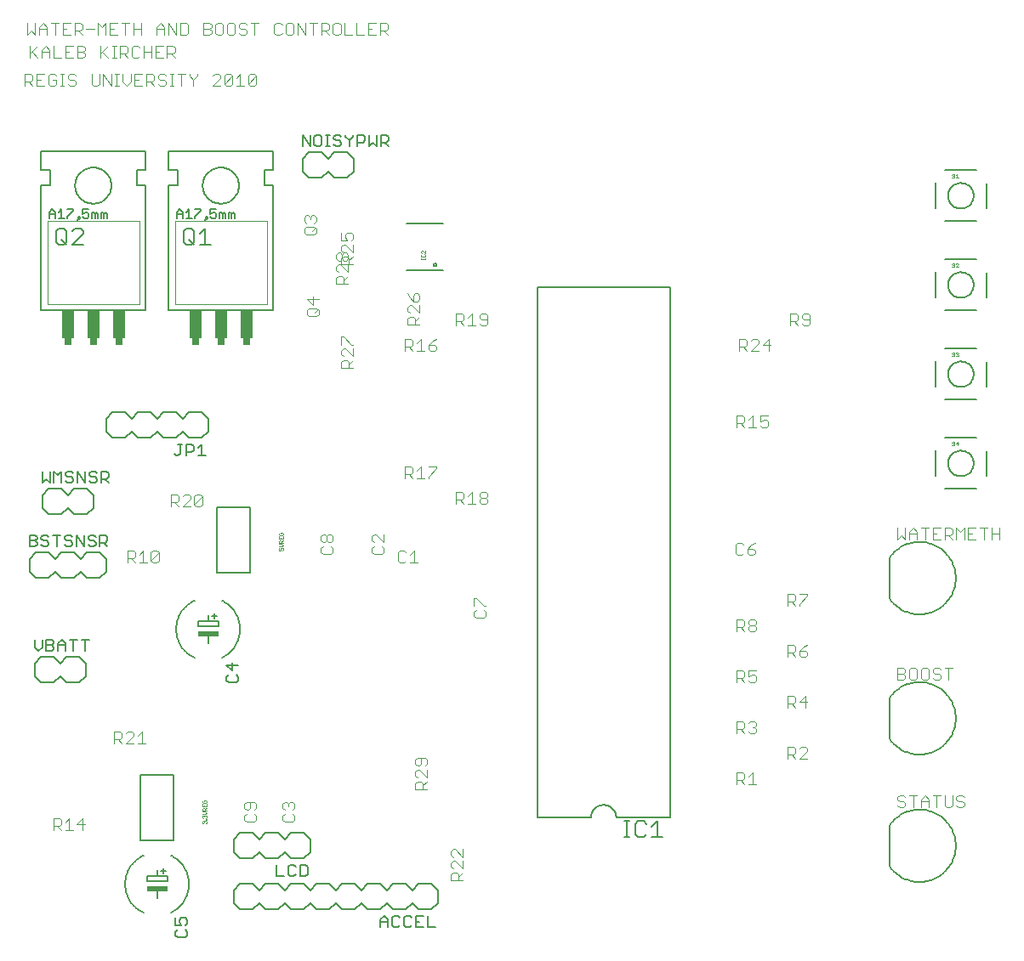
<source format=gto>
G75*
G70*
%OFA0B0*%
%FSLAX24Y24*%
%IPPOS*%
%LPD*%
%AMOC8*
5,1,8,0,0,1.08239X$1,22.5*
%
%ADD10C,0.0040*%
%ADD11C,0.0070*%
%ADD12C,0.0060*%
%ADD13C,0.0080*%
%ADD14C,0.0010*%
%ADD15C,0.0050*%
%ADD16R,0.0800X0.0200*%
%ADD17C,0.0020*%
%ADD18R,0.0300X0.0250*%
%ADD19R,0.0500X0.1100*%
D10*
X001923Y004513D02*
X001923Y004973D01*
X002153Y004973D01*
X002230Y004897D01*
X002230Y004743D01*
X002153Y004666D01*
X001923Y004666D01*
X002076Y004666D02*
X002230Y004513D01*
X002383Y004513D02*
X002690Y004513D01*
X002536Y004513D02*
X002536Y004973D01*
X002383Y004820D01*
X002843Y004743D02*
X003074Y004973D01*
X003074Y004513D01*
X003150Y004743D02*
X002843Y004743D01*
X004304Y007913D02*
X004304Y008373D01*
X004534Y008373D01*
X004611Y008297D01*
X004611Y008143D01*
X004534Y008066D01*
X004304Y008066D01*
X004457Y008066D02*
X004611Y007913D01*
X004764Y007913D02*
X005071Y008220D01*
X005071Y008297D01*
X004994Y008373D01*
X004841Y008373D01*
X004764Y008297D01*
X004764Y007913D02*
X005071Y007913D01*
X005224Y007913D02*
X005531Y007913D01*
X005378Y007913D02*
X005378Y008373D01*
X005224Y008220D01*
X009403Y005533D02*
X009403Y005379D01*
X009480Y005303D01*
X009557Y005303D01*
X009634Y005379D01*
X009634Y005610D01*
X009787Y005610D02*
X009480Y005610D01*
X009403Y005533D01*
X009480Y005149D02*
X009403Y005072D01*
X009403Y004919D01*
X009480Y004842D01*
X009787Y004842D01*
X009864Y004919D01*
X009864Y005072D01*
X009787Y005149D01*
X009787Y005303D02*
X009864Y005379D01*
X009864Y005533D01*
X009787Y005610D01*
X010903Y005533D02*
X010980Y005610D01*
X011057Y005610D01*
X011134Y005533D01*
X011210Y005610D01*
X011287Y005610D01*
X011364Y005533D01*
X011364Y005379D01*
X011287Y005303D01*
X011287Y005149D02*
X011364Y005072D01*
X011364Y004919D01*
X011287Y004842D01*
X010980Y004842D01*
X010903Y004919D01*
X010903Y005072D01*
X010980Y005149D01*
X010980Y005303D02*
X010903Y005379D01*
X010903Y005533D01*
X011134Y005533D02*
X011134Y005456D01*
X016103Y006113D02*
X016103Y006343D01*
X016180Y006420D01*
X016334Y006420D01*
X016410Y006343D01*
X016410Y006113D01*
X016410Y006266D02*
X016564Y006420D01*
X016564Y006573D02*
X016257Y006880D01*
X016180Y006880D01*
X016103Y006804D01*
X016103Y006650D01*
X016180Y006573D01*
X016564Y006573D02*
X016564Y006880D01*
X016487Y007034D02*
X016564Y007110D01*
X016564Y007264D01*
X016487Y007341D01*
X016180Y007341D01*
X016103Y007264D01*
X016103Y007110D01*
X016180Y007034D01*
X016257Y007034D01*
X016334Y007110D01*
X016334Y007341D01*
X016564Y006113D02*
X016103Y006113D01*
X017580Y003760D02*
X017503Y003683D01*
X017503Y003529D01*
X017580Y003453D01*
X017580Y003299D02*
X017503Y003222D01*
X017503Y003069D01*
X017580Y002992D01*
X017580Y002839D02*
X017734Y002839D01*
X017810Y002762D01*
X017810Y002532D01*
X017810Y002685D02*
X017964Y002839D01*
X017964Y002992D02*
X017657Y003299D01*
X017580Y003299D01*
X017964Y003299D02*
X017964Y002992D01*
X017580Y002839D02*
X017503Y002762D01*
X017503Y002532D01*
X017964Y002532D01*
X017964Y003453D02*
X017657Y003760D01*
X017580Y003760D01*
X017964Y003760D02*
X017964Y003453D01*
X018480Y012842D02*
X018403Y012919D01*
X018403Y013072D01*
X018480Y013149D01*
X018403Y013303D02*
X018403Y013610D01*
X018480Y013610D01*
X018787Y013303D01*
X018864Y013303D01*
X018787Y013149D02*
X018864Y013072D01*
X018864Y012919D01*
X018787Y012842D01*
X018480Y012842D01*
X016200Y015013D02*
X015893Y015013D01*
X016047Y015013D02*
X016047Y015473D01*
X015893Y015320D01*
X015740Y015397D02*
X015663Y015473D01*
X015510Y015473D01*
X015433Y015397D01*
X015433Y015090D01*
X015510Y015013D01*
X015663Y015013D01*
X015740Y015090D01*
X014864Y015419D02*
X014787Y015342D01*
X014480Y015342D01*
X014403Y015419D01*
X014403Y015572D01*
X014480Y015649D01*
X014480Y015803D02*
X014403Y015879D01*
X014403Y016033D01*
X014480Y016110D01*
X014557Y016110D01*
X014864Y015803D01*
X014864Y016110D01*
X014787Y015649D02*
X014864Y015572D01*
X014864Y015419D01*
X012864Y015419D02*
X012787Y015342D01*
X012480Y015342D01*
X012403Y015419D01*
X012403Y015572D01*
X012480Y015649D01*
X012480Y015803D02*
X012403Y015879D01*
X012403Y016033D01*
X012480Y016110D01*
X012557Y016110D01*
X012634Y016033D01*
X012634Y015879D01*
X012557Y015803D01*
X012480Y015803D01*
X012634Y015879D02*
X012710Y015803D01*
X012787Y015803D01*
X012864Y015879D01*
X012864Y016033D01*
X012787Y016110D01*
X012710Y016110D01*
X012634Y016033D01*
X012787Y015649D02*
X012864Y015572D01*
X012864Y015419D01*
X015704Y018313D02*
X015704Y018773D01*
X015934Y018773D01*
X016011Y018697D01*
X016011Y018543D01*
X015934Y018466D01*
X015704Y018466D01*
X015857Y018466D02*
X016011Y018313D01*
X016164Y018313D02*
X016471Y018313D01*
X016318Y018313D02*
X016318Y018773D01*
X016164Y018620D01*
X016624Y018773D02*
X016931Y018773D01*
X016931Y018697D01*
X016624Y018390D01*
X016624Y018313D01*
X017704Y017773D02*
X017934Y017773D01*
X018011Y017697D01*
X018011Y017543D01*
X017934Y017466D01*
X017704Y017466D01*
X017704Y017313D02*
X017704Y017773D01*
X017857Y017466D02*
X018011Y017313D01*
X018164Y017313D02*
X018471Y017313D01*
X018318Y017313D02*
X018318Y017773D01*
X018164Y017620D01*
X018624Y017620D02*
X018624Y017697D01*
X018701Y017773D01*
X018855Y017773D01*
X018931Y017697D01*
X018931Y017620D01*
X018855Y017543D01*
X018701Y017543D01*
X018624Y017620D01*
X018701Y017543D02*
X018624Y017466D01*
X018624Y017390D01*
X018701Y017313D01*
X018855Y017313D01*
X018931Y017390D01*
X018931Y017466D01*
X018855Y017543D01*
X013664Y022632D02*
X013203Y022632D01*
X013203Y022862D01*
X013280Y022939D01*
X013434Y022939D01*
X013510Y022862D01*
X013510Y022632D01*
X013510Y022785D02*
X013664Y022939D01*
X013664Y023092D02*
X013357Y023399D01*
X013280Y023399D01*
X013203Y023322D01*
X013203Y023169D01*
X013280Y023092D01*
X013664Y023092D02*
X013664Y023399D01*
X013664Y023553D02*
X013587Y023553D01*
X013280Y023860D01*
X013203Y023860D01*
X013203Y023553D01*
X012237Y024663D02*
X012314Y024740D01*
X012314Y024893D01*
X012237Y024970D01*
X011930Y024970D01*
X011853Y024893D01*
X011853Y024740D01*
X011930Y024663D01*
X012237Y024663D01*
X012160Y024816D02*
X012314Y024970D01*
X012084Y025123D02*
X011853Y025354D01*
X012314Y025354D01*
X012084Y025430D02*
X012084Y025123D01*
X013003Y025932D02*
X013003Y026162D01*
X013080Y026239D01*
X013234Y026239D01*
X013310Y026162D01*
X013310Y025932D01*
X013310Y026085D02*
X013464Y026239D01*
X013464Y026392D02*
X013157Y026699D01*
X013080Y026699D01*
X013003Y026622D01*
X013003Y026469D01*
X013080Y026392D01*
X013203Y026713D02*
X013203Y026943D01*
X013280Y027020D01*
X013434Y027020D01*
X013510Y026943D01*
X013510Y026713D01*
X013464Y026699D02*
X013464Y026392D01*
X013664Y026713D02*
X013203Y026713D01*
X013157Y026853D02*
X013080Y026853D01*
X013003Y026929D01*
X013003Y027083D01*
X013080Y027160D01*
X013157Y027160D01*
X013234Y027083D01*
X013234Y026929D01*
X013157Y026853D01*
X013234Y026929D02*
X013310Y026853D01*
X013387Y026853D01*
X013464Y026929D01*
X013464Y027083D01*
X013387Y027160D01*
X013310Y027160D01*
X013234Y027083D01*
X013280Y027173D02*
X013203Y027250D01*
X013203Y027404D01*
X013280Y027480D01*
X013357Y027480D01*
X013664Y027173D01*
X013664Y027480D01*
X013587Y027634D02*
X013664Y027710D01*
X013664Y027864D01*
X013587Y027941D01*
X013434Y027941D01*
X013357Y027864D01*
X013357Y027787D01*
X013434Y027634D01*
X013203Y027634D01*
X013203Y027941D01*
X012214Y027940D02*
X012137Y027863D01*
X011830Y027863D01*
X011753Y027940D01*
X011753Y028093D01*
X011830Y028170D01*
X012137Y028170D01*
X012214Y028093D01*
X012214Y027940D01*
X012060Y028016D02*
X012214Y028170D01*
X012137Y028323D02*
X012214Y028400D01*
X012214Y028554D01*
X012137Y028630D01*
X012060Y028630D01*
X011984Y028554D01*
X011984Y028477D01*
X011984Y028554D02*
X011907Y028630D01*
X011830Y028630D01*
X011753Y028554D01*
X011753Y028400D01*
X011830Y028323D01*
X013510Y026866D02*
X013664Y027020D01*
X013464Y025932D02*
X013003Y025932D01*
X015803Y025560D02*
X015880Y025406D01*
X016034Y025253D01*
X016034Y025483D01*
X016110Y025560D01*
X016187Y025560D01*
X016264Y025483D01*
X016264Y025329D01*
X016187Y025253D01*
X016034Y025253D01*
X015957Y025099D02*
X015880Y025099D01*
X015803Y025022D01*
X015803Y024869D01*
X015880Y024792D01*
X015880Y024639D02*
X016034Y024639D01*
X016110Y024562D01*
X016110Y024332D01*
X016110Y024485D02*
X016264Y024639D01*
X016264Y024792D02*
X015957Y025099D01*
X016264Y025099D02*
X016264Y024792D01*
X015880Y024639D02*
X015803Y024562D01*
X015803Y024332D01*
X016264Y024332D01*
X016318Y023773D02*
X016318Y023313D01*
X016471Y023313D02*
X016164Y023313D01*
X016011Y023313D02*
X015857Y023466D01*
X015934Y023466D02*
X015704Y023466D01*
X015704Y023313D02*
X015704Y023773D01*
X015934Y023773D01*
X016011Y023697D01*
X016011Y023543D01*
X015934Y023466D01*
X016164Y023620D02*
X016318Y023773D01*
X016624Y023543D02*
X016624Y023390D01*
X016701Y023313D01*
X016855Y023313D01*
X016931Y023390D01*
X016931Y023466D01*
X016855Y023543D01*
X016624Y023543D01*
X016778Y023697D01*
X016931Y023773D01*
X017704Y024313D02*
X017704Y024773D01*
X017934Y024773D01*
X018011Y024697D01*
X018011Y024543D01*
X017934Y024466D01*
X017704Y024466D01*
X017857Y024466D02*
X018011Y024313D01*
X018164Y024313D02*
X018471Y024313D01*
X018318Y024313D02*
X018318Y024773D01*
X018164Y024620D01*
X018624Y024620D02*
X018701Y024543D01*
X018931Y024543D01*
X018931Y024390D02*
X018931Y024697D01*
X018855Y024773D01*
X018701Y024773D01*
X018624Y024697D01*
X018624Y024620D01*
X018624Y024390D02*
X018701Y024313D01*
X018855Y024313D01*
X018931Y024390D01*
X028804Y023773D02*
X028804Y023313D01*
X028804Y023466D02*
X029034Y023466D01*
X029111Y023543D01*
X029111Y023697D01*
X029034Y023773D01*
X028804Y023773D01*
X028957Y023466D02*
X029111Y023313D01*
X029264Y023313D02*
X029571Y023620D01*
X029571Y023697D01*
X029494Y023773D01*
X029341Y023773D01*
X029264Y023697D01*
X029264Y023313D02*
X029571Y023313D01*
X029724Y023543D02*
X030031Y023543D01*
X029955Y023313D02*
X029955Y023773D01*
X029724Y023543D01*
X030804Y024313D02*
X030804Y024773D01*
X031034Y024773D01*
X031111Y024697D01*
X031111Y024543D01*
X031034Y024466D01*
X030804Y024466D01*
X030957Y024466D02*
X031111Y024313D01*
X031264Y024390D02*
X031341Y024313D01*
X031494Y024313D01*
X031571Y024390D01*
X031571Y024697D01*
X031494Y024773D01*
X031341Y024773D01*
X031264Y024697D01*
X031264Y024620D01*
X031341Y024543D01*
X031571Y024543D01*
X029931Y020773D02*
X029624Y020773D01*
X029624Y020543D01*
X029778Y020620D01*
X029855Y020620D01*
X029931Y020543D01*
X029931Y020390D01*
X029855Y020313D01*
X029701Y020313D01*
X029624Y020390D01*
X029471Y020313D02*
X029164Y020313D01*
X029011Y020313D02*
X028857Y020466D01*
X028934Y020466D02*
X028704Y020466D01*
X028704Y020313D02*
X028704Y020773D01*
X028934Y020773D01*
X029011Y020697D01*
X029011Y020543D01*
X028934Y020466D01*
X029164Y020620D02*
X029318Y020773D01*
X029318Y020313D01*
X029421Y015773D02*
X029268Y015697D01*
X029114Y015543D01*
X029344Y015543D01*
X029421Y015466D01*
X029421Y015390D01*
X029344Y015313D01*
X029191Y015313D01*
X029114Y015390D01*
X029114Y015543D01*
X028961Y015390D02*
X028884Y015313D01*
X028730Y015313D01*
X028654Y015390D01*
X028654Y015697D01*
X028730Y015773D01*
X028884Y015773D01*
X028961Y015697D01*
X030704Y013773D02*
X030934Y013773D01*
X031011Y013697D01*
X031011Y013543D01*
X030934Y013466D01*
X030704Y013466D01*
X030704Y013313D02*
X030704Y013773D01*
X030857Y013466D02*
X031011Y013313D01*
X031164Y013313D02*
X031164Y013390D01*
X031471Y013697D01*
X031471Y013773D01*
X031164Y013773D01*
X029471Y012697D02*
X029471Y012620D01*
X029394Y012543D01*
X029241Y012543D01*
X029164Y012620D01*
X029164Y012697D01*
X029241Y012773D01*
X029394Y012773D01*
X029471Y012697D01*
X029394Y012543D02*
X029471Y012466D01*
X029471Y012390D01*
X029394Y012313D01*
X029241Y012313D01*
X029164Y012390D01*
X029164Y012466D01*
X029241Y012543D01*
X029011Y012543D02*
X029011Y012697D01*
X028934Y012773D01*
X028704Y012773D01*
X028704Y012313D01*
X028704Y012466D02*
X028934Y012466D01*
X029011Y012543D01*
X028857Y012466D02*
X029011Y012313D01*
X028934Y010773D02*
X029011Y010697D01*
X029011Y010543D01*
X028934Y010466D01*
X028704Y010466D01*
X028704Y010313D02*
X028704Y010773D01*
X028934Y010773D01*
X029164Y010773D02*
X029164Y010543D01*
X029318Y010620D01*
X029394Y010620D01*
X029471Y010543D01*
X029471Y010390D01*
X029394Y010313D01*
X029241Y010313D01*
X029164Y010390D01*
X029011Y010313D02*
X028857Y010466D01*
X029164Y010773D02*
X029471Y010773D01*
X030704Y011313D02*
X030704Y011773D01*
X030934Y011773D01*
X031011Y011697D01*
X031011Y011543D01*
X030934Y011466D01*
X030704Y011466D01*
X030857Y011466D02*
X031011Y011313D01*
X031164Y011390D02*
X031241Y011313D01*
X031394Y011313D01*
X031471Y011390D01*
X031471Y011466D01*
X031394Y011543D01*
X031164Y011543D01*
X031164Y011390D01*
X031164Y011543D02*
X031318Y011697D01*
X031471Y011773D01*
X031394Y009773D02*
X031164Y009543D01*
X031471Y009543D01*
X031394Y009313D02*
X031394Y009773D01*
X031011Y009697D02*
X031011Y009543D01*
X030934Y009466D01*
X030704Y009466D01*
X030704Y009313D02*
X030704Y009773D01*
X030934Y009773D01*
X031011Y009697D01*
X030857Y009466D02*
X031011Y009313D01*
X030934Y007773D02*
X030704Y007773D01*
X030704Y007313D01*
X030704Y007466D02*
X030934Y007466D01*
X031011Y007543D01*
X031011Y007697D01*
X030934Y007773D01*
X031164Y007697D02*
X031241Y007773D01*
X031394Y007773D01*
X031471Y007697D01*
X031471Y007620D01*
X031164Y007313D01*
X031471Y007313D01*
X031011Y007313D02*
X030857Y007466D01*
X029471Y008390D02*
X029394Y008313D01*
X029241Y008313D01*
X029164Y008390D01*
X029011Y008313D02*
X028857Y008466D01*
X028934Y008466D02*
X028704Y008466D01*
X028704Y008313D02*
X028704Y008773D01*
X028934Y008773D01*
X029011Y008697D01*
X029011Y008543D01*
X028934Y008466D01*
X029164Y008697D02*
X029241Y008773D01*
X029394Y008773D01*
X029471Y008697D01*
X029471Y008620D01*
X029394Y008543D01*
X029471Y008466D01*
X029471Y008390D01*
X029394Y008543D02*
X029318Y008543D01*
X029318Y006773D02*
X029318Y006313D01*
X029471Y006313D02*
X029164Y006313D01*
X029011Y006313D02*
X028857Y006466D01*
X028934Y006466D02*
X028704Y006466D01*
X028704Y006313D02*
X028704Y006773D01*
X028934Y006773D01*
X029011Y006697D01*
X029011Y006543D01*
X028934Y006466D01*
X029164Y006620D02*
X029318Y006773D01*
X035004Y005797D02*
X035004Y005720D01*
X035080Y005643D01*
X035234Y005643D01*
X035311Y005566D01*
X035311Y005490D01*
X035234Y005413D01*
X035080Y005413D01*
X035004Y005490D01*
X035004Y005797D02*
X035080Y005873D01*
X035234Y005873D01*
X035311Y005797D01*
X035464Y005873D02*
X035771Y005873D01*
X035618Y005873D02*
X035618Y005413D01*
X035924Y005413D02*
X035924Y005720D01*
X036078Y005873D01*
X036231Y005720D01*
X036231Y005413D01*
X036231Y005643D02*
X035924Y005643D01*
X036385Y005873D02*
X036692Y005873D01*
X036845Y005873D02*
X036845Y005490D01*
X036922Y005413D01*
X037075Y005413D01*
X037152Y005490D01*
X037152Y005873D01*
X037306Y005797D02*
X037306Y005720D01*
X037382Y005643D01*
X037536Y005643D01*
X037612Y005566D01*
X037612Y005490D01*
X037536Y005413D01*
X037382Y005413D01*
X037306Y005490D01*
X037306Y005797D02*
X037382Y005873D01*
X037536Y005873D01*
X037612Y005797D01*
X036538Y005873D02*
X036538Y005413D01*
X036462Y010413D02*
X036385Y010490D01*
X036462Y010413D02*
X036615Y010413D01*
X036692Y010490D01*
X036692Y010566D01*
X036615Y010643D01*
X036462Y010643D01*
X036385Y010720D01*
X036385Y010797D01*
X036462Y010873D01*
X036615Y010873D01*
X036692Y010797D01*
X036845Y010873D02*
X037152Y010873D01*
X036999Y010873D02*
X036999Y010413D01*
X036231Y010490D02*
X036231Y010797D01*
X036155Y010873D01*
X036001Y010873D01*
X035924Y010797D01*
X035924Y010490D01*
X036001Y010413D01*
X036155Y010413D01*
X036231Y010490D01*
X035771Y010490D02*
X035771Y010797D01*
X035694Y010873D01*
X035541Y010873D01*
X035464Y010797D01*
X035464Y010490D01*
X035541Y010413D01*
X035694Y010413D01*
X035771Y010490D01*
X035311Y010490D02*
X035311Y010566D01*
X035234Y010643D01*
X035004Y010643D01*
X035004Y010413D02*
X035004Y010873D01*
X035234Y010873D01*
X035311Y010797D01*
X035311Y010720D01*
X035234Y010643D01*
X035311Y010490D02*
X035234Y010413D01*
X035004Y010413D01*
X035004Y015913D02*
X035157Y016066D01*
X035311Y015913D01*
X035311Y016373D01*
X035464Y016220D02*
X035618Y016373D01*
X035771Y016220D01*
X035771Y015913D01*
X035771Y016143D02*
X035464Y016143D01*
X035464Y016220D02*
X035464Y015913D01*
X035004Y015913D02*
X035004Y016373D01*
X035924Y016373D02*
X036231Y016373D01*
X036078Y016373D02*
X036078Y015913D01*
X036385Y015913D02*
X036692Y015913D01*
X036845Y015913D02*
X036845Y016373D01*
X037075Y016373D01*
X037152Y016297D01*
X037152Y016143D01*
X037075Y016066D01*
X036845Y016066D01*
X036999Y016066D02*
X037152Y015913D01*
X037306Y015913D02*
X037306Y016373D01*
X037459Y016220D01*
X037612Y016373D01*
X037612Y015913D01*
X037766Y015913D02*
X038073Y015913D01*
X037919Y016143D02*
X037766Y016143D01*
X037766Y016373D02*
X037766Y015913D01*
X037766Y016373D02*
X038073Y016373D01*
X038226Y016373D02*
X038533Y016373D01*
X038380Y016373D02*
X038380Y015913D01*
X038687Y015913D02*
X038687Y016373D01*
X038687Y016143D02*
X038994Y016143D01*
X038994Y016373D02*
X038994Y015913D01*
X036692Y016373D02*
X036385Y016373D01*
X036385Y015913D01*
X036385Y016143D02*
X036538Y016143D01*
X015021Y035713D02*
X014868Y035866D01*
X014945Y035866D02*
X014714Y035866D01*
X014714Y035713D02*
X014714Y036173D01*
X014945Y036173D01*
X015021Y036097D01*
X015021Y035943D01*
X014945Y035866D01*
X014561Y035713D02*
X014254Y035713D01*
X014254Y036173D01*
X014561Y036173D01*
X014407Y035943D02*
X014254Y035943D01*
X014101Y035713D02*
X013794Y035713D01*
X013794Y036173D01*
X013333Y036173D02*
X013333Y035713D01*
X013640Y035713D01*
X013180Y035790D02*
X013180Y036097D01*
X013103Y036173D01*
X012950Y036173D01*
X012873Y036097D01*
X012873Y035790D01*
X012950Y035713D01*
X013103Y035713D01*
X013180Y035790D01*
X012720Y035713D02*
X012566Y035866D01*
X012643Y035866D02*
X012413Y035866D01*
X012413Y035713D02*
X012413Y036173D01*
X012643Y036173D01*
X012720Y036097D01*
X012720Y035943D01*
X012643Y035866D01*
X012259Y036173D02*
X011952Y036173D01*
X011799Y036173D02*
X011799Y035713D01*
X011492Y036173D01*
X011492Y035713D01*
X011338Y035790D02*
X011338Y036097D01*
X011262Y036173D01*
X011108Y036173D01*
X011032Y036097D01*
X011032Y035790D01*
X011108Y035713D01*
X011262Y035713D01*
X011338Y035790D01*
X010878Y035790D02*
X010801Y035713D01*
X010648Y035713D01*
X010571Y035790D01*
X010571Y036097D01*
X010648Y036173D01*
X010801Y036173D01*
X010878Y036097D01*
X009957Y036173D02*
X009651Y036173D01*
X009804Y036173D02*
X009804Y035713D01*
X009497Y035790D02*
X009420Y035713D01*
X009267Y035713D01*
X009190Y035790D01*
X009037Y035790D02*
X009037Y036097D01*
X008960Y036173D01*
X008806Y036173D01*
X008730Y036097D01*
X008730Y035790D01*
X008806Y035713D01*
X008960Y035713D01*
X009037Y035790D01*
X009190Y036020D02*
X009267Y035943D01*
X009420Y035943D01*
X009497Y035866D01*
X009497Y035790D01*
X009497Y036097D02*
X009420Y036173D01*
X009267Y036173D01*
X009190Y036097D01*
X009190Y036020D01*
X008576Y036097D02*
X008500Y036173D01*
X008346Y036173D01*
X008269Y036097D01*
X008269Y035790D01*
X008346Y035713D01*
X008500Y035713D01*
X008576Y035790D01*
X008576Y036097D01*
X008116Y036097D02*
X008116Y036020D01*
X008039Y035943D01*
X007809Y035943D01*
X007809Y035713D02*
X008039Y035713D01*
X008116Y035790D01*
X008116Y035866D01*
X008039Y035943D01*
X008116Y036097D02*
X008039Y036173D01*
X007809Y036173D01*
X007809Y035713D01*
X007195Y035790D02*
X007195Y036097D01*
X007119Y036173D01*
X006888Y036173D01*
X006888Y035713D01*
X007119Y035713D01*
X007195Y035790D01*
X006735Y035713D02*
X006735Y036173D01*
X006428Y036173D02*
X006428Y035713D01*
X006275Y035713D02*
X006275Y036020D01*
X006121Y036173D01*
X005968Y036020D01*
X005968Y035713D01*
X005968Y035943D02*
X006275Y035943D01*
X006428Y036173D02*
X006735Y035713D01*
X006605Y035273D02*
X006375Y035273D01*
X006375Y034813D01*
X006375Y034966D02*
X006605Y034966D01*
X006681Y035043D01*
X006681Y035197D01*
X006605Y035273D01*
X006528Y034966D02*
X006681Y034813D01*
X006221Y034813D02*
X005914Y034813D01*
X005914Y035273D01*
X006221Y035273D01*
X006068Y035043D02*
X005914Y035043D01*
X005761Y035043D02*
X005454Y035043D01*
X005300Y034890D02*
X005224Y034813D01*
X005070Y034813D01*
X004994Y034890D01*
X004994Y035197D01*
X005070Y035273D01*
X005224Y035273D01*
X005300Y035197D01*
X005454Y035273D02*
X005454Y034813D01*
X005761Y034813D02*
X005761Y035273D01*
X005354Y035713D02*
X005354Y036173D01*
X005354Y035943D02*
X005047Y035943D01*
X005047Y035713D02*
X005047Y036173D01*
X004894Y036173D02*
X004587Y036173D01*
X004740Y036173D02*
X004740Y035713D01*
X004433Y035713D02*
X004126Y035713D01*
X004126Y036173D01*
X004433Y036173D01*
X004280Y035943D02*
X004126Y035943D01*
X003973Y036173D02*
X003973Y035713D01*
X003666Y035713D02*
X003666Y036173D01*
X003819Y036020D01*
X003973Y036173D01*
X003512Y035943D02*
X003206Y035943D01*
X003052Y035943D02*
X002975Y035866D01*
X002745Y035866D01*
X002745Y035713D02*
X002745Y036173D01*
X002975Y036173D01*
X003052Y036097D01*
X003052Y035943D01*
X002899Y035866D02*
X003052Y035713D01*
X003075Y035273D02*
X003152Y035197D01*
X003152Y035120D01*
X003075Y035043D01*
X002845Y035043D01*
X002845Y034813D02*
X003075Y034813D01*
X003152Y034890D01*
X003152Y034966D01*
X003075Y035043D01*
X003075Y035273D02*
X002845Y035273D01*
X002845Y034813D01*
X002692Y034813D02*
X002385Y034813D01*
X002385Y035273D01*
X002692Y035273D01*
X002538Y035043D02*
X002385Y035043D01*
X002231Y034813D02*
X001924Y034813D01*
X001924Y035273D01*
X001771Y035120D02*
X001771Y034813D01*
X001771Y035043D02*
X001464Y035043D01*
X001464Y035120D02*
X001618Y035273D01*
X001771Y035120D01*
X001464Y035120D02*
X001464Y034813D01*
X001311Y034813D02*
X001080Y035043D01*
X001004Y034966D02*
X001311Y035273D01*
X001004Y035273D02*
X001004Y034813D01*
X001034Y034173D02*
X000804Y034173D01*
X000804Y033713D01*
X000804Y033866D02*
X001034Y033866D01*
X001111Y033943D01*
X001111Y034097D01*
X001034Y034173D01*
X001264Y034173D02*
X001264Y033713D01*
X001571Y033713D01*
X001724Y033790D02*
X001801Y033713D01*
X001955Y033713D01*
X002031Y033790D01*
X002031Y033943D01*
X001878Y033943D01*
X001724Y034097D02*
X001724Y033790D01*
X001724Y034097D02*
X001801Y034173D01*
X001955Y034173D01*
X002031Y034097D01*
X002185Y034173D02*
X002338Y034173D01*
X002262Y034173D02*
X002262Y033713D01*
X002338Y033713D02*
X002185Y033713D01*
X002492Y033790D02*
X002568Y033713D01*
X002722Y033713D01*
X002799Y033790D01*
X002799Y033866D01*
X002722Y033943D01*
X002568Y033943D01*
X002492Y034020D01*
X002492Y034097D01*
X002568Y034173D01*
X002722Y034173D01*
X002799Y034097D01*
X003412Y034173D02*
X003412Y033790D01*
X003489Y033713D01*
X003643Y033713D01*
X003719Y033790D01*
X003719Y034173D01*
X003873Y034173D02*
X004180Y033713D01*
X004180Y034173D01*
X004333Y034173D02*
X004487Y034173D01*
X004410Y034173D02*
X004410Y033713D01*
X004333Y033713D02*
X004487Y033713D01*
X004640Y033866D02*
X004640Y034173D01*
X004640Y033866D02*
X004793Y033713D01*
X004947Y033866D01*
X004947Y034173D01*
X005100Y034173D02*
X005100Y033713D01*
X005407Y033713D01*
X005561Y033713D02*
X005561Y034173D01*
X005791Y034173D01*
X005868Y034097D01*
X005868Y033943D01*
X005791Y033866D01*
X005561Y033866D01*
X005714Y033866D02*
X005868Y033713D01*
X006021Y033790D02*
X006098Y033713D01*
X006251Y033713D01*
X006328Y033790D01*
X006328Y033866D01*
X006251Y033943D01*
X006098Y033943D01*
X006021Y034020D01*
X006021Y034097D01*
X006098Y034173D01*
X006251Y034173D01*
X006328Y034097D01*
X006481Y034173D02*
X006635Y034173D01*
X006558Y034173D02*
X006558Y033713D01*
X006481Y033713D02*
X006635Y033713D01*
X006942Y033713D02*
X006942Y034173D01*
X007095Y034173D02*
X006788Y034173D01*
X007249Y034173D02*
X007249Y034097D01*
X007402Y033943D01*
X007402Y033713D01*
X007402Y033943D02*
X007556Y034097D01*
X007556Y034173D01*
X008169Y034097D02*
X008246Y034173D01*
X008400Y034173D01*
X008476Y034097D01*
X008476Y034020D01*
X008169Y033713D01*
X008476Y033713D01*
X008630Y033790D02*
X008937Y034097D01*
X008937Y033790D01*
X008860Y033713D01*
X008706Y033713D01*
X008630Y033790D01*
X008630Y034097D01*
X008706Y034173D01*
X008860Y034173D01*
X008937Y034097D01*
X009090Y034020D02*
X009244Y034173D01*
X009244Y033713D01*
X009397Y033713D02*
X009090Y033713D01*
X009550Y033790D02*
X009550Y034097D01*
X009627Y034173D01*
X009781Y034173D01*
X009857Y034097D01*
X009550Y033790D01*
X009627Y033713D01*
X009781Y033713D01*
X009857Y033790D01*
X009857Y034097D01*
X012106Y035713D02*
X012106Y036173D01*
X005407Y034173D02*
X005100Y034173D01*
X005100Y033943D02*
X005254Y033943D01*
X004840Y034813D02*
X004687Y034966D01*
X004763Y034966D02*
X004533Y034966D01*
X004533Y034813D02*
X004533Y035273D01*
X004763Y035273D01*
X004840Y035197D01*
X004840Y035043D01*
X004763Y034966D01*
X004380Y034813D02*
X004226Y034813D01*
X004303Y034813D02*
X004303Y035273D01*
X004226Y035273D02*
X004380Y035273D01*
X004073Y035273D02*
X003766Y034966D01*
X003843Y035043D02*
X004073Y034813D01*
X003766Y034813D02*
X003766Y035273D01*
X003873Y034173D02*
X003873Y033713D01*
X001571Y034173D02*
X001264Y034173D01*
X001264Y033943D02*
X001418Y033943D01*
X001111Y033713D02*
X000957Y033866D01*
X000904Y035713D02*
X001057Y035866D01*
X001211Y035713D01*
X001211Y036173D01*
X001364Y036020D02*
X001518Y036173D01*
X001671Y036020D01*
X001671Y035713D01*
X001671Y035943D02*
X001364Y035943D01*
X001364Y036020D02*
X001364Y035713D01*
X000904Y035713D02*
X000904Y036173D01*
X001824Y036173D02*
X002131Y036173D01*
X001978Y036173D02*
X001978Y035713D01*
X002285Y035713D02*
X002592Y035713D01*
X002438Y035943D02*
X002285Y035943D01*
X002285Y036173D02*
X002285Y035713D01*
X002285Y036173D02*
X002592Y036173D01*
X006523Y017673D02*
X006753Y017673D01*
X006830Y017597D01*
X006830Y017443D01*
X006753Y017366D01*
X006523Y017366D01*
X006523Y017213D02*
X006523Y017673D01*
X006676Y017366D02*
X006830Y017213D01*
X006983Y017213D02*
X007290Y017520D01*
X007290Y017597D01*
X007213Y017673D01*
X007060Y017673D01*
X006983Y017597D01*
X006983Y017213D02*
X007290Y017213D01*
X007443Y017290D02*
X007750Y017597D01*
X007750Y017290D01*
X007674Y017213D01*
X007520Y017213D01*
X007443Y017290D01*
X007443Y017597D01*
X007520Y017673D01*
X007674Y017673D01*
X007750Y017597D01*
X005974Y015473D02*
X006050Y015397D01*
X005743Y015090D01*
X005820Y015013D01*
X005974Y015013D01*
X006050Y015090D01*
X006050Y015397D01*
X005974Y015473D02*
X005820Y015473D01*
X005743Y015397D01*
X005743Y015090D01*
X005590Y015013D02*
X005283Y015013D01*
X005436Y015013D02*
X005436Y015473D01*
X005283Y015320D01*
X005130Y015397D02*
X005130Y015243D01*
X005053Y015166D01*
X004823Y015166D01*
X004823Y015013D02*
X004823Y015473D01*
X005053Y015473D01*
X005130Y015397D01*
X004976Y015166D02*
X005130Y015013D01*
D11*
X007124Y027478D02*
X007019Y027583D01*
X007019Y028004D01*
X007124Y028109D01*
X007334Y028109D01*
X007439Y028004D01*
X007439Y027583D01*
X007334Y027478D01*
X007124Y027478D01*
X007229Y027688D02*
X007439Y027478D01*
X007663Y027478D02*
X008084Y027478D01*
X007873Y027478D02*
X007873Y028109D01*
X007663Y027898D01*
X003084Y027898D02*
X003084Y028004D01*
X002979Y028109D01*
X002768Y028109D01*
X002663Y028004D01*
X002439Y028004D02*
X002439Y027583D01*
X002334Y027478D01*
X002124Y027478D01*
X002019Y027583D01*
X002019Y028004D01*
X002124Y028109D01*
X002334Y028109D01*
X002439Y028004D01*
X002229Y027688D02*
X002439Y027478D01*
X002663Y027478D02*
X003084Y027898D01*
X003084Y027478D02*
X002663Y027478D01*
X024300Y004859D02*
X024510Y004859D01*
X024405Y004859D02*
X024405Y004228D01*
X024300Y004228D02*
X024510Y004228D01*
X024730Y004333D02*
X024835Y004228D01*
X025045Y004228D01*
X025150Y004333D01*
X025374Y004228D02*
X025795Y004228D01*
X025584Y004228D02*
X025584Y004859D01*
X025374Y004648D01*
X025150Y004754D02*
X025045Y004859D01*
X024835Y004859D01*
X024730Y004754D01*
X024730Y004333D01*
D12*
X023984Y004993D02*
X026084Y004993D01*
X026084Y025793D01*
X020884Y025793D01*
X020884Y004993D01*
X022984Y004993D01*
X022986Y005037D01*
X022992Y005080D01*
X023001Y005122D01*
X023014Y005164D01*
X023031Y005204D01*
X023051Y005243D01*
X023074Y005280D01*
X023101Y005314D01*
X023130Y005347D01*
X023163Y005376D01*
X023197Y005403D01*
X023234Y005426D01*
X023273Y005446D01*
X023313Y005463D01*
X023355Y005476D01*
X023397Y005485D01*
X023440Y005491D01*
X023484Y005493D01*
X023528Y005491D01*
X023571Y005485D01*
X023613Y005476D01*
X023655Y005463D01*
X023695Y005446D01*
X023734Y005426D01*
X023771Y005403D01*
X023805Y005376D01*
X023838Y005347D01*
X023867Y005314D01*
X023894Y005280D01*
X023917Y005243D01*
X023937Y005204D01*
X023954Y005164D01*
X023967Y005122D01*
X023976Y005080D01*
X023982Y005037D01*
X023984Y004993D01*
X008384Y012493D02*
X008384Y012693D01*
X007984Y012693D01*
X007584Y012693D01*
X007584Y012493D01*
X008384Y012493D01*
X008234Y012793D02*
X008234Y012993D01*
X008134Y012893D02*
X008334Y012893D01*
X007984Y012943D02*
X007984Y012693D01*
X007450Y013523D02*
X007388Y013492D01*
X007329Y013457D01*
X007271Y013420D01*
X007216Y013379D01*
X007162Y013335D01*
X007112Y013288D01*
X007064Y013239D01*
X007019Y013187D01*
X006976Y013133D01*
X006937Y013076D01*
X006901Y013018D01*
X006868Y012957D01*
X006839Y012895D01*
X006813Y012831D01*
X006791Y012766D01*
X006772Y012700D01*
X006757Y012632D01*
X006746Y012565D01*
X006738Y012496D01*
X006734Y012427D01*
X006734Y012359D01*
X006738Y012290D01*
X006746Y012221D01*
X006757Y012154D01*
X006772Y012086D01*
X006791Y012020D01*
X006813Y011955D01*
X006839Y011891D01*
X006868Y011829D01*
X006901Y011768D01*
X006937Y011710D01*
X006976Y011653D01*
X007019Y011599D01*
X007064Y011547D01*
X007112Y011498D01*
X007162Y011451D01*
X007216Y011407D01*
X007271Y011366D01*
X007329Y011329D01*
X007388Y011294D01*
X007450Y011263D01*
X007984Y011843D02*
X007984Y012143D01*
X008518Y011263D02*
X008580Y011294D01*
X008639Y011329D01*
X008697Y011366D01*
X008752Y011407D01*
X008806Y011451D01*
X008856Y011498D01*
X008904Y011547D01*
X008949Y011599D01*
X008992Y011653D01*
X009031Y011710D01*
X009067Y011768D01*
X009100Y011829D01*
X009129Y011891D01*
X009155Y011955D01*
X009177Y012020D01*
X009196Y012086D01*
X009211Y012154D01*
X009222Y012221D01*
X009230Y012290D01*
X009234Y012359D01*
X009234Y012427D01*
X009230Y012496D01*
X009222Y012565D01*
X009211Y012632D01*
X009196Y012700D01*
X009177Y012766D01*
X009155Y012831D01*
X009129Y012895D01*
X009100Y012957D01*
X009067Y013018D01*
X009031Y013076D01*
X008992Y013133D01*
X008949Y013187D01*
X008904Y013239D01*
X008856Y013288D01*
X008806Y013335D01*
X008752Y013379D01*
X008697Y013420D01*
X008639Y013457D01*
X008580Y013492D01*
X008518Y013523D01*
X006234Y002993D02*
X006234Y002793D01*
X006134Y002893D02*
X006334Y002893D01*
X006384Y002693D02*
X005984Y002693D01*
X005584Y002693D01*
X005584Y002493D01*
X006384Y002493D01*
X006384Y002693D01*
X005984Y002693D02*
X005984Y002943D01*
X005450Y003523D02*
X005388Y003492D01*
X005329Y003457D01*
X005271Y003420D01*
X005216Y003379D01*
X005162Y003335D01*
X005112Y003288D01*
X005064Y003239D01*
X005019Y003187D01*
X004976Y003133D01*
X004937Y003076D01*
X004901Y003018D01*
X004868Y002957D01*
X004839Y002895D01*
X004813Y002831D01*
X004791Y002766D01*
X004772Y002700D01*
X004757Y002632D01*
X004746Y002565D01*
X004738Y002496D01*
X004734Y002427D01*
X004734Y002359D01*
X004738Y002290D01*
X004746Y002221D01*
X004757Y002154D01*
X004772Y002086D01*
X004791Y002020D01*
X004813Y001955D01*
X004839Y001891D01*
X004868Y001829D01*
X004901Y001768D01*
X004937Y001710D01*
X004976Y001653D01*
X005019Y001599D01*
X005064Y001547D01*
X005112Y001498D01*
X005162Y001451D01*
X005216Y001407D01*
X005271Y001366D01*
X005329Y001329D01*
X005388Y001294D01*
X005450Y001263D01*
X005984Y001843D02*
X005984Y002143D01*
X006518Y001263D02*
X006580Y001294D01*
X006639Y001329D01*
X006697Y001366D01*
X006752Y001407D01*
X006806Y001451D01*
X006856Y001498D01*
X006904Y001547D01*
X006949Y001599D01*
X006992Y001653D01*
X007031Y001710D01*
X007067Y001768D01*
X007100Y001829D01*
X007129Y001891D01*
X007155Y001955D01*
X007177Y002020D01*
X007196Y002086D01*
X007211Y002154D01*
X007222Y002221D01*
X007230Y002290D01*
X007234Y002359D01*
X007234Y002427D01*
X007230Y002496D01*
X007222Y002565D01*
X007211Y002632D01*
X007196Y002700D01*
X007177Y002766D01*
X007155Y002831D01*
X007129Y002895D01*
X007100Y002957D01*
X007067Y003018D01*
X007031Y003076D01*
X006992Y003133D01*
X006949Y003187D01*
X006904Y003239D01*
X006856Y003288D01*
X006806Y003335D01*
X006752Y003379D01*
X006697Y003420D01*
X006639Y003457D01*
X006580Y003492D01*
X006518Y003523D01*
X015774Y026463D02*
X017194Y026463D01*
X017194Y028323D02*
X015774Y028323D01*
D13*
X016817Y026683D02*
X016819Y026698D01*
X016825Y026711D01*
X016834Y026723D01*
X016845Y026732D01*
X016859Y026738D01*
X016874Y026740D01*
X016889Y026738D01*
X016902Y026732D01*
X016914Y026723D01*
X016923Y026712D01*
X016929Y026698D01*
X016931Y026683D01*
X016929Y026668D01*
X016923Y026655D01*
X016914Y026643D01*
X016903Y026634D01*
X016889Y026628D01*
X016874Y026626D01*
X016859Y026628D01*
X016846Y026634D01*
X016834Y026643D01*
X016825Y026654D01*
X016819Y026668D01*
X016817Y026683D01*
X013434Y030093D02*
X012934Y030093D01*
X012684Y030343D01*
X012434Y030093D01*
X011934Y030093D01*
X011684Y030343D01*
X011684Y030843D01*
X011934Y031093D01*
X012434Y031093D01*
X012684Y030843D01*
X012934Y031093D01*
X013434Y031093D01*
X013684Y030843D01*
X013684Y030343D01*
X013434Y030093D01*
X007734Y020893D02*
X007234Y020893D01*
X006984Y020643D01*
X006734Y020893D01*
X006234Y020893D01*
X005984Y020643D01*
X005734Y020893D01*
X005234Y020893D01*
X004984Y020643D01*
X004734Y020893D01*
X004234Y020893D01*
X003984Y020643D01*
X003984Y020143D01*
X004234Y019893D01*
X004734Y019893D01*
X004984Y020143D01*
X005234Y019893D01*
X005734Y019893D01*
X005984Y020143D01*
X006234Y019893D01*
X006734Y019893D01*
X006984Y020143D01*
X007234Y019893D01*
X007734Y019893D01*
X007984Y020143D01*
X007984Y020643D01*
X007734Y020893D01*
X008334Y017183D02*
X009634Y017183D01*
X009634Y014603D01*
X008334Y014603D01*
X008334Y017183D01*
X003984Y015143D02*
X003984Y014643D01*
X003734Y014393D01*
X003234Y014393D01*
X002984Y014643D01*
X002734Y014393D01*
X002234Y014393D01*
X001984Y014643D01*
X001734Y014393D01*
X001234Y014393D01*
X000984Y014643D01*
X000984Y015143D01*
X001234Y015393D01*
X001734Y015393D01*
X001984Y015143D01*
X002234Y015393D01*
X002734Y015393D01*
X002984Y015143D01*
X003234Y015393D01*
X003734Y015393D01*
X003984Y015143D01*
X003234Y016893D02*
X002734Y016893D01*
X002484Y017143D01*
X002234Y016893D01*
X001734Y016893D01*
X001484Y017143D01*
X001484Y017643D01*
X001734Y017893D01*
X002234Y017893D01*
X002484Y017643D01*
X002734Y017893D01*
X003234Y017893D01*
X003484Y017643D01*
X003484Y017143D01*
X003234Y016893D01*
X002934Y011293D02*
X002434Y011293D01*
X002184Y011043D01*
X001934Y011293D01*
X001434Y011293D01*
X001184Y011043D01*
X001184Y010543D01*
X001434Y010293D01*
X001934Y010293D01*
X002184Y010543D01*
X002434Y010293D01*
X002934Y010293D01*
X003184Y010543D01*
X003184Y011043D01*
X002934Y011293D01*
X005334Y006683D02*
X006634Y006683D01*
X006634Y004103D01*
X005334Y004103D01*
X005334Y006683D01*
X008984Y004143D02*
X008984Y003643D01*
X009234Y003393D01*
X009734Y003393D01*
X009984Y003643D01*
X010234Y003393D01*
X010734Y003393D01*
X010984Y003643D01*
X011234Y003393D01*
X011734Y003393D01*
X011984Y003643D01*
X011984Y004143D01*
X011734Y004393D01*
X011234Y004393D01*
X010984Y004143D01*
X010734Y004393D01*
X010234Y004393D01*
X009984Y004143D01*
X009734Y004393D01*
X009234Y004393D01*
X008984Y004143D01*
X009234Y002393D02*
X008984Y002143D01*
X008984Y001643D01*
X009234Y001393D01*
X009734Y001393D01*
X009984Y001643D01*
X010234Y001393D01*
X010734Y001393D01*
X010984Y001643D01*
X011234Y001393D01*
X011734Y001393D01*
X011984Y001643D01*
X012234Y001393D01*
X012734Y001393D01*
X012984Y001643D01*
X013234Y001393D01*
X013734Y001393D01*
X013984Y001643D01*
X014234Y001393D01*
X014734Y001393D01*
X014984Y001643D01*
X015234Y001393D01*
X015734Y001393D01*
X015984Y001643D01*
X016234Y001393D01*
X016734Y001393D01*
X016984Y001643D01*
X016984Y002143D01*
X016734Y002393D01*
X016234Y002393D01*
X015984Y002143D01*
X015734Y002393D01*
X015234Y002393D01*
X014984Y002143D01*
X014734Y002393D01*
X014234Y002393D01*
X013984Y002143D01*
X013734Y002393D01*
X013234Y002393D01*
X012984Y002143D01*
X012734Y002393D01*
X012234Y002393D01*
X011984Y002143D01*
X011734Y002393D01*
X011234Y002393D01*
X010984Y002143D01*
X010734Y002393D01*
X010234Y002393D01*
X009984Y002143D01*
X009734Y002393D01*
X009234Y002393D01*
X036484Y018405D02*
X036484Y019393D01*
X036877Y019893D02*
X038090Y019893D01*
X038484Y019381D02*
X038484Y018405D01*
X038090Y017893D02*
X036877Y017893D01*
X036984Y018893D02*
X036986Y018937D01*
X036992Y018981D01*
X037002Y019024D01*
X037015Y019066D01*
X037032Y019107D01*
X037053Y019146D01*
X037077Y019183D01*
X037104Y019218D01*
X037134Y019250D01*
X037167Y019280D01*
X037203Y019306D01*
X037240Y019330D01*
X037280Y019349D01*
X037321Y019366D01*
X037364Y019378D01*
X037407Y019387D01*
X037451Y019392D01*
X037495Y019393D01*
X037539Y019390D01*
X037583Y019383D01*
X037626Y019372D01*
X037668Y019358D01*
X037708Y019340D01*
X037747Y019318D01*
X037783Y019294D01*
X037817Y019266D01*
X037849Y019235D01*
X037878Y019201D01*
X037904Y019165D01*
X037926Y019127D01*
X037945Y019087D01*
X037960Y019045D01*
X037972Y019003D01*
X037980Y018959D01*
X037984Y018915D01*
X037984Y018871D01*
X037980Y018827D01*
X037972Y018783D01*
X037960Y018741D01*
X037945Y018699D01*
X037926Y018659D01*
X037904Y018621D01*
X037878Y018585D01*
X037849Y018551D01*
X037817Y018520D01*
X037783Y018492D01*
X037747Y018468D01*
X037708Y018446D01*
X037668Y018428D01*
X037626Y018414D01*
X037583Y018403D01*
X037539Y018396D01*
X037495Y018393D01*
X037451Y018394D01*
X037407Y018399D01*
X037364Y018408D01*
X037321Y018420D01*
X037280Y018437D01*
X037240Y018456D01*
X037203Y018480D01*
X037167Y018506D01*
X037134Y018536D01*
X037104Y018568D01*
X037077Y018603D01*
X037053Y018640D01*
X037032Y018679D01*
X037015Y018720D01*
X037002Y018762D01*
X036992Y018805D01*
X036986Y018849D01*
X036984Y018893D01*
X036877Y021393D02*
X038090Y021393D01*
X038484Y021905D02*
X038484Y022881D01*
X038090Y023393D02*
X036877Y023393D01*
X036484Y022893D02*
X036484Y021905D01*
X036984Y022393D02*
X036986Y022437D01*
X036992Y022481D01*
X037002Y022524D01*
X037015Y022566D01*
X037032Y022607D01*
X037053Y022646D01*
X037077Y022683D01*
X037104Y022718D01*
X037134Y022750D01*
X037167Y022780D01*
X037203Y022806D01*
X037240Y022830D01*
X037280Y022849D01*
X037321Y022866D01*
X037364Y022878D01*
X037407Y022887D01*
X037451Y022892D01*
X037495Y022893D01*
X037539Y022890D01*
X037583Y022883D01*
X037626Y022872D01*
X037668Y022858D01*
X037708Y022840D01*
X037747Y022818D01*
X037783Y022794D01*
X037817Y022766D01*
X037849Y022735D01*
X037878Y022701D01*
X037904Y022665D01*
X037926Y022627D01*
X037945Y022587D01*
X037960Y022545D01*
X037972Y022503D01*
X037980Y022459D01*
X037984Y022415D01*
X037984Y022371D01*
X037980Y022327D01*
X037972Y022283D01*
X037960Y022241D01*
X037945Y022199D01*
X037926Y022159D01*
X037904Y022121D01*
X037878Y022085D01*
X037849Y022051D01*
X037817Y022020D01*
X037783Y021992D01*
X037747Y021968D01*
X037708Y021946D01*
X037668Y021928D01*
X037626Y021914D01*
X037583Y021903D01*
X037539Y021896D01*
X037495Y021893D01*
X037451Y021894D01*
X037407Y021899D01*
X037364Y021908D01*
X037321Y021920D01*
X037280Y021937D01*
X037240Y021956D01*
X037203Y021980D01*
X037167Y022006D01*
X037134Y022036D01*
X037104Y022068D01*
X037077Y022103D01*
X037053Y022140D01*
X037032Y022179D01*
X037015Y022220D01*
X037002Y022262D01*
X036992Y022305D01*
X036986Y022349D01*
X036984Y022393D01*
X036877Y024893D02*
X038090Y024893D01*
X038484Y025405D02*
X038484Y026381D01*
X038090Y026893D02*
X036877Y026893D01*
X036484Y026393D02*
X036484Y025405D01*
X036984Y025893D02*
X036986Y025937D01*
X036992Y025981D01*
X037002Y026024D01*
X037015Y026066D01*
X037032Y026107D01*
X037053Y026146D01*
X037077Y026183D01*
X037104Y026218D01*
X037134Y026250D01*
X037167Y026280D01*
X037203Y026306D01*
X037240Y026330D01*
X037280Y026349D01*
X037321Y026366D01*
X037364Y026378D01*
X037407Y026387D01*
X037451Y026392D01*
X037495Y026393D01*
X037539Y026390D01*
X037583Y026383D01*
X037626Y026372D01*
X037668Y026358D01*
X037708Y026340D01*
X037747Y026318D01*
X037783Y026294D01*
X037817Y026266D01*
X037849Y026235D01*
X037878Y026201D01*
X037904Y026165D01*
X037926Y026127D01*
X037945Y026087D01*
X037960Y026045D01*
X037972Y026003D01*
X037980Y025959D01*
X037984Y025915D01*
X037984Y025871D01*
X037980Y025827D01*
X037972Y025783D01*
X037960Y025741D01*
X037945Y025699D01*
X037926Y025659D01*
X037904Y025621D01*
X037878Y025585D01*
X037849Y025551D01*
X037817Y025520D01*
X037783Y025492D01*
X037747Y025468D01*
X037708Y025446D01*
X037668Y025428D01*
X037626Y025414D01*
X037583Y025403D01*
X037539Y025396D01*
X037495Y025393D01*
X037451Y025394D01*
X037407Y025399D01*
X037364Y025408D01*
X037321Y025420D01*
X037280Y025437D01*
X037240Y025456D01*
X037203Y025480D01*
X037167Y025506D01*
X037134Y025536D01*
X037104Y025568D01*
X037077Y025603D01*
X037053Y025640D01*
X037032Y025679D01*
X037015Y025720D01*
X037002Y025762D01*
X036992Y025805D01*
X036986Y025849D01*
X036984Y025893D01*
X036877Y028393D02*
X038090Y028393D01*
X038484Y028905D02*
X038484Y029881D01*
X038090Y030393D02*
X036877Y030393D01*
X036484Y029893D02*
X036484Y028905D01*
X036984Y029393D02*
X036986Y029437D01*
X036992Y029481D01*
X037002Y029524D01*
X037015Y029566D01*
X037032Y029607D01*
X037053Y029646D01*
X037077Y029683D01*
X037104Y029718D01*
X037134Y029750D01*
X037167Y029780D01*
X037203Y029806D01*
X037240Y029830D01*
X037280Y029849D01*
X037321Y029866D01*
X037364Y029878D01*
X037407Y029887D01*
X037451Y029892D01*
X037495Y029893D01*
X037539Y029890D01*
X037583Y029883D01*
X037626Y029872D01*
X037668Y029858D01*
X037708Y029840D01*
X037747Y029818D01*
X037783Y029794D01*
X037817Y029766D01*
X037849Y029735D01*
X037878Y029701D01*
X037904Y029665D01*
X037926Y029627D01*
X037945Y029587D01*
X037960Y029545D01*
X037972Y029503D01*
X037980Y029459D01*
X037984Y029415D01*
X037984Y029371D01*
X037980Y029327D01*
X037972Y029283D01*
X037960Y029241D01*
X037945Y029199D01*
X037926Y029159D01*
X037904Y029121D01*
X037878Y029085D01*
X037849Y029051D01*
X037817Y029020D01*
X037783Y028992D01*
X037747Y028968D01*
X037708Y028946D01*
X037668Y028928D01*
X037626Y028914D01*
X037583Y028903D01*
X037539Y028896D01*
X037495Y028893D01*
X037451Y028894D01*
X037407Y028899D01*
X037364Y028908D01*
X037321Y028920D01*
X037280Y028937D01*
X037240Y028956D01*
X037203Y028980D01*
X037167Y029006D01*
X037134Y029036D01*
X037104Y029068D01*
X037077Y029103D01*
X037053Y029140D01*
X037032Y029179D01*
X037015Y029220D01*
X037002Y029262D01*
X036992Y029305D01*
X036986Y029349D01*
X036984Y029393D01*
D14*
X037164Y030098D02*
X037139Y030123D01*
X037164Y030098D02*
X037214Y030098D01*
X037239Y030123D01*
X037239Y030148D01*
X037214Y030173D01*
X037164Y030173D01*
X037139Y030198D01*
X037139Y030223D01*
X037164Y030248D01*
X037214Y030248D01*
X037239Y030223D01*
X037286Y030198D02*
X037336Y030248D01*
X037336Y030098D01*
X037286Y030098D02*
X037386Y030098D01*
X037361Y026748D02*
X037311Y026748D01*
X037286Y026723D01*
X037239Y026723D02*
X037214Y026748D01*
X037164Y026748D01*
X037139Y026723D01*
X037139Y026698D01*
X037164Y026673D01*
X037214Y026673D01*
X037239Y026648D01*
X037239Y026623D01*
X037214Y026598D01*
X037164Y026598D01*
X037139Y026623D01*
X037286Y026598D02*
X037386Y026698D01*
X037386Y026723D01*
X037361Y026748D01*
X037386Y026598D02*
X037286Y026598D01*
X037311Y023248D02*
X037361Y023248D01*
X037386Y023223D01*
X037386Y023198D01*
X037361Y023173D01*
X037386Y023148D01*
X037386Y023123D01*
X037361Y023098D01*
X037311Y023098D01*
X037286Y023123D01*
X037239Y023123D02*
X037214Y023098D01*
X037164Y023098D01*
X037139Y023123D01*
X037164Y023173D02*
X037214Y023173D01*
X037239Y023148D01*
X037239Y023123D01*
X037164Y023173D02*
X037139Y023198D01*
X037139Y023223D01*
X037164Y023248D01*
X037214Y023248D01*
X037239Y023223D01*
X037286Y023223D02*
X037311Y023248D01*
X037336Y023173D02*
X037361Y023173D01*
X037361Y019748D02*
X037286Y019673D01*
X037386Y019673D01*
X037361Y019598D02*
X037361Y019748D01*
X037239Y019723D02*
X037214Y019748D01*
X037164Y019748D01*
X037139Y019723D01*
X037139Y019698D01*
X037164Y019673D01*
X037214Y019673D01*
X037239Y019648D01*
X037239Y019623D01*
X037214Y019598D01*
X037164Y019598D01*
X037139Y019623D01*
X016479Y026898D02*
X016479Y026948D01*
X016479Y026923D02*
X016329Y026923D01*
X016329Y026898D02*
X016329Y026948D01*
X016354Y026996D02*
X016454Y026996D01*
X016479Y027021D01*
X016479Y027071D01*
X016454Y027096D01*
X016479Y027144D02*
X016379Y027244D01*
X016354Y027244D01*
X016329Y027219D01*
X016329Y027169D01*
X016354Y027144D01*
X016354Y027096D02*
X016329Y027071D01*
X016329Y027021D01*
X016354Y026996D01*
X016479Y027144D02*
X016479Y027244D01*
X010889Y016176D02*
X010839Y016176D01*
X010839Y016126D01*
X010889Y016176D02*
X010914Y016151D01*
X010914Y016101D01*
X010889Y016076D01*
X010789Y016076D01*
X010764Y016101D01*
X010764Y016151D01*
X010789Y016176D01*
X010764Y016029D02*
X010764Y015928D01*
X010914Y015928D01*
X010914Y016029D01*
X010839Y015978D02*
X010839Y015928D01*
X010839Y015881D02*
X010864Y015856D01*
X010864Y015781D01*
X010864Y015734D02*
X010764Y015734D01*
X010764Y015781D02*
X010764Y015856D01*
X010789Y015881D01*
X010839Y015881D01*
X010864Y015831D02*
X010914Y015881D01*
X010914Y015781D02*
X010764Y015781D01*
X010864Y015734D02*
X010914Y015684D01*
X010864Y015634D01*
X010764Y015634D01*
X010764Y015587D02*
X010764Y015486D01*
X010839Y015486D01*
X010814Y015536D01*
X010814Y015561D01*
X010839Y015587D01*
X010889Y015587D01*
X010914Y015561D01*
X010914Y015511D01*
X010889Y015486D01*
X007889Y005676D02*
X007839Y005676D01*
X007839Y005626D01*
X007889Y005676D02*
X007914Y005651D01*
X007914Y005601D01*
X007889Y005576D01*
X007789Y005576D01*
X007764Y005601D01*
X007764Y005651D01*
X007789Y005676D01*
X007764Y005529D02*
X007764Y005428D01*
X007914Y005428D01*
X007914Y005529D01*
X007839Y005478D02*
X007839Y005428D01*
X007839Y005381D02*
X007864Y005356D01*
X007864Y005281D01*
X007864Y005234D02*
X007764Y005234D01*
X007764Y005281D02*
X007764Y005356D01*
X007789Y005381D01*
X007839Y005381D01*
X007864Y005331D02*
X007914Y005381D01*
X007914Y005281D02*
X007764Y005281D01*
X007864Y005234D02*
X007914Y005184D01*
X007864Y005134D01*
X007764Y005134D01*
X007789Y005087D02*
X007814Y005087D01*
X007839Y005061D01*
X007864Y005087D01*
X007889Y005087D01*
X007914Y005061D01*
X007914Y005011D01*
X007889Y004986D01*
X007889Y004938D02*
X007914Y004938D01*
X007914Y004913D01*
X007889Y004913D01*
X007889Y004938D01*
X007889Y004866D02*
X007914Y004841D01*
X007914Y004790D01*
X007889Y004765D01*
X007839Y004816D02*
X007839Y004841D01*
X007864Y004866D01*
X007889Y004866D01*
X007839Y004841D02*
X007814Y004866D01*
X007789Y004866D01*
X007764Y004841D01*
X007764Y004790D01*
X007789Y004765D01*
X007789Y004986D02*
X007764Y005011D01*
X007764Y005061D01*
X007789Y005087D01*
X007839Y005061D02*
X007839Y005036D01*
D15*
X010658Y003148D02*
X010658Y002698D01*
X010958Y002698D01*
X011118Y002773D02*
X011118Y003073D01*
X011193Y003148D01*
X011343Y003148D01*
X011418Y003073D01*
X011578Y003148D02*
X011578Y002698D01*
X011804Y002698D01*
X011879Y002773D01*
X011879Y003073D01*
X011804Y003148D01*
X011578Y003148D01*
X011418Y002773D02*
X011343Y002698D01*
X011193Y002698D01*
X011118Y002773D01*
X014737Y000998D02*
X014737Y000698D01*
X014737Y000923D02*
X015037Y000923D01*
X015037Y000998D02*
X015037Y000698D01*
X015197Y000773D02*
X015272Y000698D01*
X015422Y000698D01*
X015497Y000773D01*
X015658Y000773D02*
X015733Y000698D01*
X015883Y000698D01*
X015958Y000773D01*
X016118Y000698D02*
X016418Y000698D01*
X016578Y000698D02*
X016879Y000698D01*
X016578Y000698D02*
X016578Y001148D01*
X016418Y001148D02*
X016118Y001148D01*
X016118Y000698D01*
X016118Y000923D02*
X016268Y000923D01*
X015958Y001073D02*
X015883Y001148D01*
X015733Y001148D01*
X015658Y001073D01*
X015658Y000773D01*
X015497Y001073D02*
X015422Y001148D01*
X015272Y001148D01*
X015197Y001073D01*
X015197Y000773D01*
X015037Y000998D02*
X014887Y001148D01*
X014737Y000998D01*
X007159Y000983D02*
X007159Y000833D01*
X007084Y000758D01*
X006934Y000758D02*
X006859Y000908D01*
X006859Y000983D01*
X006934Y001058D01*
X007084Y001058D01*
X007159Y000983D01*
X006934Y000758D02*
X006708Y000758D01*
X006708Y001058D01*
X006783Y000598D02*
X006708Y000522D01*
X006708Y000372D01*
X006783Y000297D01*
X007084Y000297D01*
X007159Y000372D01*
X007159Y000522D01*
X007084Y000598D01*
X008783Y010297D02*
X008708Y010372D01*
X008708Y010522D01*
X008783Y010598D01*
X008934Y010758D02*
X008934Y011058D01*
X009159Y010983D02*
X008708Y010983D01*
X008934Y010758D01*
X009084Y010598D02*
X009159Y010522D01*
X009159Y010372D01*
X009084Y010297D01*
X008783Y010297D01*
X003320Y011988D02*
X003020Y011988D01*
X003170Y011988D02*
X003170Y011538D01*
X002710Y011538D02*
X002710Y011988D01*
X002560Y011988D02*
X002860Y011988D01*
X002400Y011838D02*
X002400Y011538D01*
X002400Y011763D02*
X002099Y011763D01*
X002099Y011838D02*
X002250Y011988D01*
X002400Y011838D01*
X002099Y011838D02*
X002099Y011538D01*
X001939Y011613D02*
X001864Y011538D01*
X001639Y011538D01*
X001639Y011988D01*
X001864Y011988D01*
X001939Y011913D01*
X001939Y011838D01*
X001864Y011763D01*
X001639Y011763D01*
X001479Y011688D02*
X001479Y011988D01*
X001479Y011688D02*
X001329Y011538D01*
X001179Y011688D01*
X001179Y011988D01*
X001864Y011763D02*
X001939Y011688D01*
X001939Y011613D01*
X002050Y015638D02*
X002050Y016088D01*
X002200Y016088D02*
X001899Y016088D01*
X001739Y016013D02*
X001664Y016088D01*
X001514Y016088D01*
X001439Y016013D01*
X001439Y015938D01*
X001514Y015863D01*
X001664Y015863D01*
X001739Y015788D01*
X001739Y015713D01*
X001664Y015638D01*
X001514Y015638D01*
X001439Y015713D01*
X001279Y015713D02*
X001204Y015638D01*
X000979Y015638D01*
X000979Y016088D01*
X001204Y016088D01*
X001279Y016013D01*
X001279Y015938D01*
X001204Y015863D01*
X000979Y015863D01*
X001204Y015863D02*
X001279Y015788D01*
X001279Y015713D01*
X002360Y015713D02*
X002435Y015638D01*
X002585Y015638D01*
X002660Y015713D01*
X002660Y015788D01*
X002585Y015863D01*
X002435Y015863D01*
X002360Y015938D01*
X002360Y016013D01*
X002435Y016088D01*
X002585Y016088D01*
X002660Y016013D01*
X002820Y016088D02*
X003120Y015638D01*
X003120Y016088D01*
X003281Y016013D02*
X003281Y015938D01*
X003356Y015863D01*
X003506Y015863D01*
X003581Y015788D01*
X003581Y015713D01*
X003506Y015638D01*
X003356Y015638D01*
X003281Y015713D01*
X003281Y016013D02*
X003356Y016088D01*
X003506Y016088D01*
X003581Y016013D01*
X003741Y016088D02*
X003741Y015638D01*
X003741Y015788D02*
X003966Y015788D01*
X004041Y015863D01*
X004041Y016013D01*
X003966Y016088D01*
X003741Y016088D01*
X003891Y015788D02*
X004041Y015638D01*
X002820Y015638D02*
X002820Y016088D01*
X002860Y018138D02*
X002860Y018588D01*
X003160Y018138D01*
X003160Y018588D01*
X003320Y018513D02*
X003320Y018438D01*
X003395Y018363D01*
X003545Y018363D01*
X003620Y018288D01*
X003620Y018213D01*
X003545Y018138D01*
X003395Y018138D01*
X003320Y018213D01*
X003320Y018513D02*
X003395Y018588D01*
X003545Y018588D01*
X003620Y018513D01*
X003781Y018588D02*
X003781Y018138D01*
X003781Y018288D02*
X004006Y018288D01*
X004081Y018363D01*
X004081Y018513D01*
X004006Y018588D01*
X003781Y018588D01*
X003931Y018288D02*
X004081Y018138D01*
X002700Y018213D02*
X002625Y018138D01*
X002475Y018138D01*
X002399Y018213D01*
X002475Y018363D02*
X002625Y018363D01*
X002700Y018288D01*
X002700Y018213D01*
X002475Y018363D02*
X002399Y018438D01*
X002399Y018513D01*
X002475Y018588D01*
X002625Y018588D01*
X002700Y018513D01*
X002239Y018588D02*
X002239Y018138D01*
X001939Y018138D02*
X001939Y018588D01*
X002089Y018438D01*
X002239Y018588D01*
X001779Y018588D02*
X001779Y018138D01*
X001629Y018288D01*
X001479Y018138D01*
X001479Y018588D01*
X006658Y019273D02*
X006733Y019198D01*
X006808Y019198D01*
X006883Y019273D01*
X006883Y019648D01*
X006808Y019648D02*
X006958Y019648D01*
X007118Y019648D02*
X007343Y019648D01*
X007418Y019573D01*
X007418Y019423D01*
X007343Y019348D01*
X007118Y019348D01*
X007118Y019198D02*
X007118Y019648D01*
X007578Y019498D02*
X007728Y019648D01*
X007728Y019198D01*
X007578Y019198D02*
X007879Y019198D01*
X006434Y024893D02*
X006434Y029793D01*
X006784Y029793D01*
X006784Y030393D01*
X006434Y030393D01*
X006434Y031143D01*
X010534Y031143D01*
X010534Y030393D01*
X010184Y030393D01*
X010184Y029793D01*
X010534Y029793D01*
X010534Y024893D01*
X006434Y024893D01*
X005534Y024893D02*
X005534Y029793D01*
X005184Y029793D01*
X005184Y030393D01*
X005534Y030393D01*
X005534Y031143D01*
X001434Y031143D01*
X001434Y030393D01*
X001784Y030393D01*
X001784Y029793D01*
X001434Y029793D01*
X001434Y024893D01*
X005534Y024893D01*
X006759Y028518D02*
X006759Y028745D01*
X006872Y028858D01*
X006986Y028745D01*
X006986Y028518D01*
X007118Y028518D02*
X007345Y028518D01*
X007231Y028518D02*
X007231Y028858D01*
X007118Y028745D01*
X006986Y028688D02*
X006759Y028688D01*
X007477Y028575D02*
X007477Y028518D01*
X007477Y028575D02*
X007704Y028802D01*
X007704Y028858D01*
X007477Y028858D01*
X007893Y028575D02*
X007893Y028518D01*
X007949Y028518D01*
X007949Y028575D01*
X007893Y028575D01*
X007949Y028518D02*
X007836Y028405D01*
X008075Y028575D02*
X008132Y028518D01*
X008246Y028518D01*
X008302Y028575D01*
X008302Y028688D01*
X008246Y028745D01*
X008189Y028745D01*
X008075Y028688D01*
X008075Y028858D01*
X008302Y028858D01*
X008435Y028745D02*
X008491Y028745D01*
X008548Y028688D01*
X008605Y028745D01*
X008661Y028688D01*
X008661Y028518D01*
X008548Y028518D02*
X008548Y028688D01*
X008435Y028745D02*
X008435Y028518D01*
X008794Y028518D02*
X008794Y028745D01*
X008850Y028745D01*
X008907Y028688D01*
X008964Y028745D01*
X009020Y028688D01*
X009020Y028518D01*
X008907Y028518D02*
X008907Y028688D01*
X007774Y029793D02*
X007776Y029846D01*
X007782Y029899D01*
X007792Y029951D01*
X007806Y030002D01*
X007823Y030052D01*
X007844Y030101D01*
X007869Y030148D01*
X007897Y030193D01*
X007929Y030236D01*
X007964Y030276D01*
X008001Y030313D01*
X008041Y030348D01*
X008084Y030380D01*
X008129Y030408D01*
X008176Y030433D01*
X008225Y030454D01*
X008275Y030471D01*
X008326Y030485D01*
X008378Y030495D01*
X008431Y030501D01*
X008484Y030503D01*
X008537Y030501D01*
X008590Y030495D01*
X008642Y030485D01*
X008693Y030471D01*
X008743Y030454D01*
X008792Y030433D01*
X008839Y030408D01*
X008884Y030380D01*
X008927Y030348D01*
X008967Y030313D01*
X009004Y030276D01*
X009039Y030236D01*
X009071Y030193D01*
X009099Y030148D01*
X009124Y030101D01*
X009145Y030052D01*
X009162Y030002D01*
X009176Y029951D01*
X009186Y029899D01*
X009192Y029846D01*
X009194Y029793D01*
X009192Y029740D01*
X009186Y029687D01*
X009176Y029635D01*
X009162Y029584D01*
X009145Y029534D01*
X009124Y029485D01*
X009099Y029438D01*
X009071Y029393D01*
X009039Y029350D01*
X009004Y029310D01*
X008967Y029273D01*
X008927Y029238D01*
X008884Y029206D01*
X008839Y029178D01*
X008792Y029153D01*
X008743Y029132D01*
X008693Y029115D01*
X008642Y029101D01*
X008590Y029091D01*
X008537Y029085D01*
X008484Y029083D01*
X008431Y029085D01*
X008378Y029091D01*
X008326Y029101D01*
X008275Y029115D01*
X008225Y029132D01*
X008176Y029153D01*
X008129Y029178D01*
X008084Y029206D01*
X008041Y029238D01*
X008001Y029273D01*
X007964Y029310D01*
X007929Y029350D01*
X007897Y029393D01*
X007869Y029438D01*
X007844Y029485D01*
X007823Y029534D01*
X007806Y029584D01*
X007792Y029635D01*
X007782Y029687D01*
X007776Y029740D01*
X007774Y029793D01*
X004020Y028688D02*
X004020Y028518D01*
X003907Y028518D02*
X003907Y028688D01*
X003964Y028745D01*
X004020Y028688D01*
X003907Y028688D02*
X003850Y028745D01*
X003794Y028745D01*
X003794Y028518D01*
X003661Y028518D02*
X003661Y028688D01*
X003605Y028745D01*
X003548Y028688D01*
X003548Y028518D01*
X003435Y028518D02*
X003435Y028745D01*
X003491Y028745D01*
X003548Y028688D01*
X003302Y028688D02*
X003302Y028575D01*
X003246Y028518D01*
X003132Y028518D01*
X003075Y028575D01*
X003075Y028688D02*
X003189Y028745D01*
X003246Y028745D01*
X003302Y028688D01*
X003302Y028858D02*
X003075Y028858D01*
X003075Y028688D01*
X002949Y028575D02*
X002893Y028575D01*
X002893Y028518D01*
X002949Y028518D01*
X002949Y028575D01*
X002949Y028518D02*
X002836Y028405D01*
X002477Y028518D02*
X002477Y028575D01*
X002704Y028802D01*
X002704Y028858D01*
X002477Y028858D01*
X002231Y028858D02*
X002231Y028518D01*
X002118Y028518D02*
X002345Y028518D01*
X002118Y028745D02*
X002231Y028858D01*
X001986Y028745D02*
X001872Y028858D01*
X001759Y028745D01*
X001759Y028518D01*
X001759Y028688D02*
X001986Y028688D01*
X001986Y028745D02*
X001986Y028518D01*
X002774Y029793D02*
X002776Y029846D01*
X002782Y029899D01*
X002792Y029951D01*
X002806Y030002D01*
X002823Y030052D01*
X002844Y030101D01*
X002869Y030148D01*
X002897Y030193D01*
X002929Y030236D01*
X002964Y030276D01*
X003001Y030313D01*
X003041Y030348D01*
X003084Y030380D01*
X003129Y030408D01*
X003176Y030433D01*
X003225Y030454D01*
X003275Y030471D01*
X003326Y030485D01*
X003378Y030495D01*
X003431Y030501D01*
X003484Y030503D01*
X003537Y030501D01*
X003590Y030495D01*
X003642Y030485D01*
X003693Y030471D01*
X003743Y030454D01*
X003792Y030433D01*
X003839Y030408D01*
X003884Y030380D01*
X003927Y030348D01*
X003967Y030313D01*
X004004Y030276D01*
X004039Y030236D01*
X004071Y030193D01*
X004099Y030148D01*
X004124Y030101D01*
X004145Y030052D01*
X004162Y030002D01*
X004176Y029951D01*
X004186Y029899D01*
X004192Y029846D01*
X004194Y029793D01*
X004192Y029740D01*
X004186Y029687D01*
X004176Y029635D01*
X004162Y029584D01*
X004145Y029534D01*
X004124Y029485D01*
X004099Y029438D01*
X004071Y029393D01*
X004039Y029350D01*
X004004Y029310D01*
X003967Y029273D01*
X003927Y029238D01*
X003884Y029206D01*
X003839Y029178D01*
X003792Y029153D01*
X003743Y029132D01*
X003693Y029115D01*
X003642Y029101D01*
X003590Y029091D01*
X003537Y029085D01*
X003484Y029083D01*
X003431Y029085D01*
X003378Y029091D01*
X003326Y029101D01*
X003275Y029115D01*
X003225Y029132D01*
X003176Y029153D01*
X003129Y029178D01*
X003084Y029206D01*
X003041Y029238D01*
X003001Y029273D01*
X002964Y029310D01*
X002929Y029350D01*
X002897Y029393D01*
X002869Y029438D01*
X002844Y029485D01*
X002823Y029534D01*
X002806Y029584D01*
X002792Y029635D01*
X002782Y029687D01*
X002776Y029740D01*
X002774Y029793D01*
X011679Y031338D02*
X011679Y031788D01*
X011979Y031338D01*
X011979Y031788D01*
X012139Y031713D02*
X012139Y031413D01*
X012214Y031338D01*
X012364Y031338D01*
X012439Y031413D01*
X012439Y031713D01*
X012364Y031788D01*
X012214Y031788D01*
X012139Y031713D01*
X012599Y031788D02*
X012750Y031788D01*
X012675Y031788D02*
X012675Y031338D01*
X012750Y031338D02*
X012599Y031338D01*
X012906Y031413D02*
X012981Y031338D01*
X013132Y031338D01*
X013207Y031413D01*
X013207Y031488D01*
X013132Y031563D01*
X012981Y031563D01*
X012906Y031638D01*
X012906Y031713D01*
X012981Y031788D01*
X013132Y031788D01*
X013207Y031713D01*
X013367Y031713D02*
X013517Y031563D01*
X013517Y031338D01*
X013517Y031563D02*
X013667Y031713D01*
X013667Y031788D01*
X013827Y031788D02*
X014052Y031788D01*
X014127Y031713D01*
X014127Y031563D01*
X014052Y031488D01*
X013827Y031488D01*
X013827Y031338D02*
X013827Y031788D01*
X013367Y031788D02*
X013367Y031713D01*
X014287Y031788D02*
X014287Y031338D01*
X014438Y031488D01*
X014588Y031338D01*
X014588Y031788D01*
X014748Y031788D02*
X014973Y031788D01*
X015048Y031713D01*
X015048Y031563D01*
X014973Y031488D01*
X014748Y031488D01*
X014748Y031338D02*
X014748Y031788D01*
X014898Y031488D02*
X015048Y031338D01*
X034685Y015180D02*
X034685Y013606D01*
X034684Y013605D02*
X034728Y013544D01*
X034774Y013486D01*
X034823Y013429D01*
X034875Y013376D01*
X034930Y013325D01*
X034988Y013277D01*
X035048Y013233D01*
X035110Y013191D01*
X035174Y013153D01*
X035240Y013118D01*
X035308Y013087D01*
X035378Y013060D01*
X035449Y013036D01*
X035521Y013016D01*
X035594Y012999D01*
X035667Y012987D01*
X035742Y012978D01*
X035816Y012974D01*
X035891Y012973D01*
X035966Y012977D01*
X036040Y012984D01*
X036114Y012995D01*
X036187Y013010D01*
X036260Y013029D01*
X036331Y013051D01*
X036401Y013078D01*
X036469Y013108D01*
X036536Y013141D01*
X036601Y013178D01*
X036664Y013218D01*
X036725Y013262D01*
X036783Y013309D01*
X036839Y013359D01*
X036892Y013411D01*
X036942Y013467D01*
X036989Y013524D01*
X037034Y013585D01*
X037074Y013647D01*
X037112Y013712D01*
X037146Y013779D01*
X037177Y013847D01*
X037204Y013916D01*
X037227Y013988D01*
X037246Y014060D01*
X037262Y014133D01*
X037274Y014207D01*
X037282Y014281D01*
X037286Y014356D01*
X037286Y014430D01*
X037282Y014505D01*
X037274Y014579D01*
X037262Y014653D01*
X037246Y014726D01*
X037227Y014798D01*
X037204Y014870D01*
X037177Y014939D01*
X037146Y015007D01*
X037112Y015074D01*
X037074Y015139D01*
X037034Y015201D01*
X036989Y015262D01*
X036942Y015319D01*
X036892Y015375D01*
X036839Y015427D01*
X036783Y015477D01*
X036725Y015524D01*
X036664Y015568D01*
X036601Y015608D01*
X036536Y015645D01*
X036469Y015678D01*
X036401Y015708D01*
X036331Y015735D01*
X036260Y015757D01*
X036187Y015776D01*
X036114Y015791D01*
X036040Y015802D01*
X035966Y015809D01*
X035891Y015813D01*
X035816Y015812D01*
X035742Y015808D01*
X035667Y015799D01*
X035594Y015787D01*
X035521Y015770D01*
X035449Y015750D01*
X035378Y015726D01*
X035308Y015699D01*
X035240Y015668D01*
X035174Y015633D01*
X035110Y015595D01*
X035048Y015553D01*
X034988Y015509D01*
X034930Y015461D01*
X034875Y015410D01*
X034823Y015357D01*
X034774Y015300D01*
X034728Y015242D01*
X034684Y015181D01*
X034685Y009680D02*
X034685Y008106D01*
X034684Y008105D02*
X034728Y008044D01*
X034774Y007986D01*
X034823Y007929D01*
X034875Y007876D01*
X034930Y007825D01*
X034988Y007777D01*
X035048Y007733D01*
X035110Y007691D01*
X035174Y007653D01*
X035240Y007618D01*
X035308Y007587D01*
X035378Y007560D01*
X035449Y007536D01*
X035521Y007516D01*
X035594Y007499D01*
X035667Y007487D01*
X035742Y007478D01*
X035816Y007474D01*
X035891Y007473D01*
X035966Y007477D01*
X036040Y007484D01*
X036114Y007495D01*
X036187Y007510D01*
X036260Y007529D01*
X036331Y007551D01*
X036401Y007578D01*
X036469Y007608D01*
X036536Y007641D01*
X036601Y007678D01*
X036664Y007718D01*
X036725Y007762D01*
X036783Y007809D01*
X036839Y007859D01*
X036892Y007911D01*
X036942Y007967D01*
X036989Y008024D01*
X037034Y008085D01*
X037074Y008147D01*
X037112Y008212D01*
X037146Y008279D01*
X037177Y008347D01*
X037204Y008416D01*
X037227Y008488D01*
X037246Y008560D01*
X037262Y008633D01*
X037274Y008707D01*
X037282Y008781D01*
X037286Y008856D01*
X037286Y008930D01*
X037282Y009005D01*
X037274Y009079D01*
X037262Y009153D01*
X037246Y009226D01*
X037227Y009298D01*
X037204Y009370D01*
X037177Y009439D01*
X037146Y009507D01*
X037112Y009574D01*
X037074Y009639D01*
X037034Y009701D01*
X036989Y009762D01*
X036942Y009819D01*
X036892Y009875D01*
X036839Y009927D01*
X036783Y009977D01*
X036725Y010024D01*
X036664Y010068D01*
X036601Y010108D01*
X036536Y010145D01*
X036469Y010178D01*
X036401Y010208D01*
X036331Y010235D01*
X036260Y010257D01*
X036187Y010276D01*
X036114Y010291D01*
X036040Y010302D01*
X035966Y010309D01*
X035891Y010313D01*
X035816Y010312D01*
X035742Y010308D01*
X035667Y010299D01*
X035594Y010287D01*
X035521Y010270D01*
X035449Y010250D01*
X035378Y010226D01*
X035308Y010199D01*
X035240Y010168D01*
X035174Y010133D01*
X035110Y010095D01*
X035048Y010053D01*
X034988Y010009D01*
X034930Y009961D01*
X034875Y009910D01*
X034823Y009857D01*
X034774Y009800D01*
X034728Y009742D01*
X034684Y009681D01*
X034685Y004680D02*
X034685Y003106D01*
X034684Y003105D02*
X034728Y003044D01*
X034774Y002986D01*
X034823Y002929D01*
X034875Y002876D01*
X034930Y002825D01*
X034988Y002777D01*
X035048Y002733D01*
X035110Y002691D01*
X035174Y002653D01*
X035240Y002618D01*
X035308Y002587D01*
X035378Y002560D01*
X035449Y002536D01*
X035521Y002516D01*
X035594Y002499D01*
X035667Y002487D01*
X035742Y002478D01*
X035816Y002474D01*
X035891Y002473D01*
X035966Y002477D01*
X036040Y002484D01*
X036114Y002495D01*
X036187Y002510D01*
X036260Y002529D01*
X036331Y002551D01*
X036401Y002578D01*
X036469Y002608D01*
X036536Y002641D01*
X036601Y002678D01*
X036664Y002718D01*
X036725Y002762D01*
X036783Y002809D01*
X036839Y002859D01*
X036892Y002911D01*
X036942Y002967D01*
X036989Y003024D01*
X037034Y003085D01*
X037074Y003147D01*
X037112Y003212D01*
X037146Y003279D01*
X037177Y003347D01*
X037204Y003416D01*
X037227Y003488D01*
X037246Y003560D01*
X037262Y003633D01*
X037274Y003707D01*
X037282Y003781D01*
X037286Y003856D01*
X037286Y003930D01*
X037282Y004005D01*
X037274Y004079D01*
X037262Y004153D01*
X037246Y004226D01*
X037227Y004298D01*
X037204Y004370D01*
X037177Y004439D01*
X037146Y004507D01*
X037112Y004574D01*
X037074Y004639D01*
X037034Y004701D01*
X036989Y004762D01*
X036942Y004819D01*
X036892Y004875D01*
X036839Y004927D01*
X036783Y004977D01*
X036725Y005024D01*
X036664Y005068D01*
X036601Y005108D01*
X036536Y005145D01*
X036469Y005178D01*
X036401Y005208D01*
X036331Y005235D01*
X036260Y005257D01*
X036187Y005276D01*
X036114Y005291D01*
X036040Y005302D01*
X035966Y005309D01*
X035891Y005313D01*
X035816Y005312D01*
X035742Y005308D01*
X035667Y005299D01*
X035594Y005287D01*
X035521Y005270D01*
X035449Y005250D01*
X035378Y005226D01*
X035308Y005199D01*
X035240Y005168D01*
X035174Y005133D01*
X035110Y005095D01*
X035048Y005053D01*
X034988Y005009D01*
X034930Y004961D01*
X034875Y004910D01*
X034823Y004857D01*
X034774Y004800D01*
X034728Y004742D01*
X034684Y004681D01*
D16*
X007984Y012193D03*
X005984Y002193D03*
D17*
X006684Y025143D02*
X006684Y028393D01*
X010284Y028393D01*
X010284Y025143D01*
X006684Y025143D01*
X005284Y025143D02*
X005284Y028393D01*
X001684Y028393D01*
X001684Y025143D01*
X005284Y025143D01*
D18*
X004484Y023668D03*
X003484Y023668D03*
X002484Y023668D03*
X007484Y023668D03*
X008484Y023668D03*
X009484Y023668D03*
D19*
X009484Y024343D03*
X008484Y024343D03*
X007484Y024343D03*
X004484Y024343D03*
X003484Y024343D03*
X002484Y024343D03*
M02*

</source>
